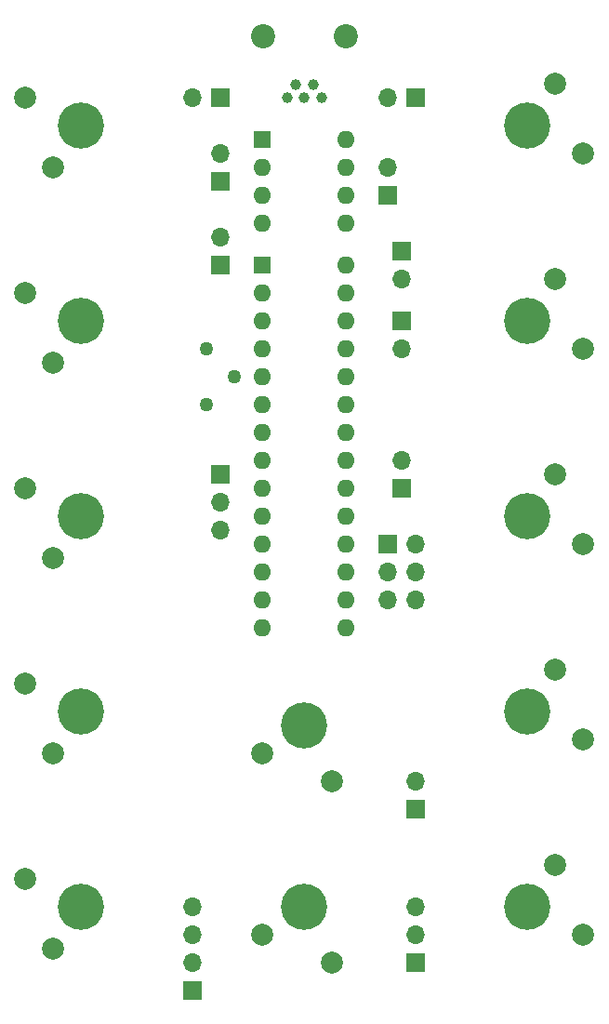
<source format=gbs>
G04 #@! TF.FileFunction,Soldermask,Bot*
%FSLAX46Y46*%
G04 Gerber Fmt 4.6, Leading zero omitted, Abs format (unit mm)*
G04 Created by KiCad (PCBNEW 4.0.1-stable) date 2019/01/29 0:04:04*
%MOMM*%
G01*
G04 APERTURE LIST*
%ADD10C,0.100000*%
%ADD11R,1.600000X1.600000*%
%ADD12O,1.600000X1.600000*%
%ADD13R,1.700000X1.700000*%
%ADD14O,1.700000X1.700000*%
%ADD15C,2.000000*%
%ADD16C,4.200000*%
%ADD17C,1.000000*%
%ADD18C,2.200000*%
%ADD19C,1.260000*%
G04 APERTURE END LIST*
D10*
D11*
X106680000Y-87630000D03*
D12*
X114300000Y-120650000D03*
X106680000Y-90170000D03*
X114300000Y-118110000D03*
X106680000Y-92710000D03*
X114300000Y-115570000D03*
X106680000Y-95250000D03*
X114300000Y-113030000D03*
X106680000Y-97790000D03*
X114300000Y-110490000D03*
X106680000Y-100330000D03*
X114300000Y-107950000D03*
X106680000Y-102870000D03*
X114300000Y-105410000D03*
X106680000Y-105410000D03*
X114300000Y-102870000D03*
X106680000Y-107950000D03*
X114300000Y-100330000D03*
X106680000Y-110490000D03*
X114300000Y-97790000D03*
X106680000Y-113030000D03*
X114300000Y-95250000D03*
X106680000Y-115570000D03*
X114300000Y-92710000D03*
X106680000Y-118110000D03*
X114300000Y-90170000D03*
X106680000Y-120650000D03*
X114300000Y-87630000D03*
D13*
X118110000Y-113030000D03*
D14*
X120650000Y-113030000D03*
X118110000Y-115570000D03*
X120650000Y-115570000D03*
X118110000Y-118110000D03*
X120650000Y-118110000D03*
D13*
X102870000Y-106680000D03*
D14*
X102870000Y-109220000D03*
X102870000Y-111760000D03*
D13*
X100330000Y-153670000D03*
D14*
X100330000Y-151130000D03*
X100330000Y-148590000D03*
X100330000Y-146050000D03*
D13*
X120650000Y-72390000D03*
D14*
X118110000Y-72390000D03*
D13*
X102870000Y-87630000D03*
D14*
X102870000Y-85090000D03*
D13*
X118110000Y-81280000D03*
D14*
X118110000Y-78740000D03*
D13*
X102870000Y-72390000D03*
D14*
X100330000Y-72390000D03*
D13*
X120650000Y-151130000D03*
D14*
X120650000Y-148590000D03*
X120650000Y-146050000D03*
D13*
X119380000Y-92710000D03*
D14*
X119380000Y-95250000D03*
D15*
X87630000Y-78740000D03*
X85090000Y-72390000D03*
D16*
X90170000Y-74930000D03*
D15*
X87630000Y-96520000D03*
X85090000Y-90170000D03*
D16*
X90170000Y-92710000D03*
D15*
X87630000Y-114300000D03*
X85090000Y-107950000D03*
D16*
X90170000Y-110490000D03*
D15*
X87630000Y-132080000D03*
X85090000Y-125730000D03*
D16*
X90170000Y-128270000D03*
D15*
X87630000Y-149860000D03*
X85090000Y-143510000D03*
D16*
X90170000Y-146050000D03*
D15*
X133350000Y-142240000D03*
X135890000Y-148590000D03*
D16*
X130810000Y-146050000D03*
D15*
X106680000Y-132080000D03*
X113030000Y-134620000D03*
D16*
X110490000Y-129540000D03*
D15*
X106680000Y-148590000D03*
X113030000Y-151130000D03*
D16*
X110490000Y-146050000D03*
D15*
X133350000Y-124460000D03*
X135890000Y-130810000D03*
D16*
X130810000Y-128270000D03*
D15*
X133350000Y-106680000D03*
X135890000Y-113030000D03*
D16*
X130810000Y-110490000D03*
D15*
X133350000Y-88900000D03*
X135890000Y-95250000D03*
D16*
X130810000Y-92710000D03*
D15*
X133350000Y-71120000D03*
X135890000Y-77470000D03*
D16*
X130810000Y-74930000D03*
D13*
X119380000Y-107950000D03*
D14*
X119380000Y-105410000D03*
D13*
X119380000Y-86360000D03*
D14*
X119380000Y-88900000D03*
D13*
X102870000Y-80010000D03*
D14*
X102870000Y-77470000D03*
D11*
X106680000Y-76200000D03*
D12*
X114300000Y-83820000D03*
X106680000Y-78740000D03*
X114300000Y-81280000D03*
X106680000Y-81280000D03*
X114300000Y-78740000D03*
X106680000Y-83820000D03*
X114300000Y-76200000D03*
D13*
X120650000Y-137160000D03*
D14*
X120650000Y-134620000D03*
D17*
X110490000Y-72390000D03*
X108890000Y-72390000D03*
X112090000Y-72390000D03*
X111290000Y-71190000D03*
X109690000Y-71190000D03*
D18*
X106690000Y-66790000D03*
X114290000Y-66790000D03*
D19*
X101600000Y-95250000D03*
X104140000Y-97790000D03*
X101600000Y-100330000D03*
M02*

</source>
